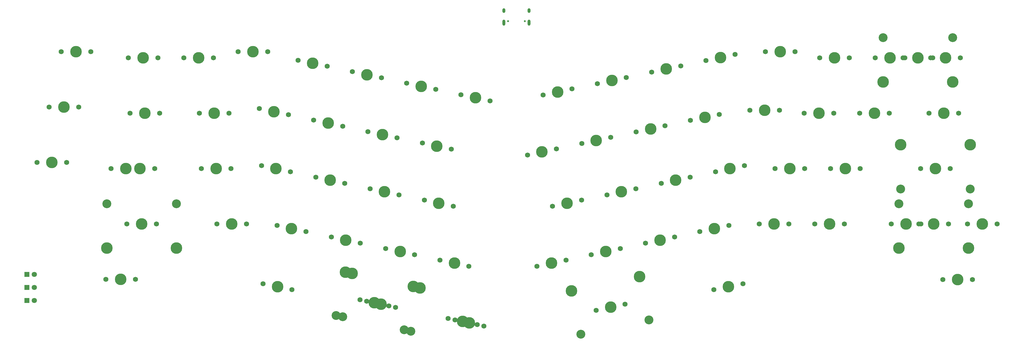
<source format=gbr>
G04 #@! TF.GenerationSoftware,KiCad,Pcbnew,5.1.9*
G04 #@! TF.CreationDate,2021-03-27T18:28:55-04:00*
G04 #@! TF.ProjectId,Cordillera,436f7264-696c-46c6-9572-612e6b696361,rev?*
G04 #@! TF.SameCoordinates,Original*
G04 #@! TF.FileFunction,Soldermask,Top*
G04 #@! TF.FilePolarity,Negative*
%FSLAX46Y46*%
G04 Gerber Fmt 4.6, Leading zero omitted, Abs format (unit mm)*
G04 Created by KiCad (PCBNEW 5.1.9) date 2021-03-27 18:28:55*
%MOMM*%
%LPD*%
G01*
G04 APERTURE LIST*
%ADD10C,0.650000*%
%ADD11O,1.000000X2.100000*%
%ADD12O,1.000000X1.600000*%
%ADD13C,1.800000*%
%ADD14R,1.800000X1.800000*%
%ADD15C,1.750000*%
%ADD16C,3.987800*%
%ADD17C,3.048000*%
G04 APERTURE END LIST*
D10*
X162259998Y10530002D03*
X156479998Y10530002D03*
D11*
X155049998Y10000002D03*
X163689998Y10000002D03*
D12*
X155049998Y14180002D03*
X163689998Y14180002D03*
D13*
X-6010003Y-76620000D03*
D14*
X-8550003Y-76620000D03*
D15*
X215738990Y-4883809D03*
X205801010Y-6996191D03*
D16*
X210770000Y-5940000D03*
D15*
X60740000Y-21190000D03*
X50580000Y-21190000D03*
D16*
X55660000Y-21190000D03*
D15*
X311710000Y-2140000D03*
X301550000Y-2140000D03*
D16*
X306630000Y-2140000D03*
D15*
X94408990Y-5016191D03*
X84471010Y-2903809D03*
D16*
X89440000Y-3960000D03*
D13*
X-6010006Y-85620000D03*
D14*
X-8550006Y-85620000D03*
D13*
X-6010005Y-81120000D03*
D14*
X-8550005Y-81120000D03*
D15*
X311120000Y-21190000D03*
X300960000Y-21190000D03*
D16*
X306040000Y-21190000D03*
D15*
X315880000Y-78390000D03*
X305720000Y-78390000D03*
D16*
X310800000Y-78390000D03*
D15*
X237078990Y-79783809D03*
X227141010Y-81896191D03*
D16*
X232110000Y-80840000D03*
X126323437Y-81267441D03*
X102969185Y-76303342D03*
D17*
X123154863Y-96174411D03*
X99800611Y-91210311D03*
D15*
X117898990Y-87916191D03*
X107961010Y-85803809D03*
D16*
X112930000Y-86860000D03*
X124033437Y-80777441D03*
X100679185Y-75813342D03*
D17*
X120864863Y-95684411D03*
X97510611Y-90720311D03*
D15*
X115608990Y-87426191D03*
X105671010Y-85313809D03*
D16*
X110640000Y-86370000D03*
D15*
X145908990Y-93866191D03*
X135971010Y-91753809D03*
D16*
X140940000Y-92810000D03*
X201660815Y-77343342D03*
X178306563Y-82307441D03*
D17*
X204829389Y-92250311D03*
X181475137Y-97214411D03*
D15*
X196668990Y-86843809D03*
X186731010Y-88956191D03*
D16*
X191700000Y-87900000D03*
D15*
X82368990Y-81896191D03*
X72431010Y-79783809D03*
D16*
X77400000Y-80840000D03*
D15*
X298130000Y-59290000D03*
X287970000Y-59290000D03*
D16*
X293050000Y-59290000D03*
X314508000Y-67545000D03*
X290632000Y-67545000D03*
D17*
X314508000Y-52305000D03*
X290632000Y-52305000D03*
D15*
X307650000Y-59290000D03*
X297490000Y-59290000D03*
D16*
X302570000Y-59290000D03*
X315098000Y-31985000D03*
X291222000Y-31985000D03*
D17*
X315098000Y-47225000D03*
X291222000Y-47225000D03*
D15*
X308240000Y-40240000D03*
X298080000Y-40240000D03*
D16*
X303160000Y-40240000D03*
D15*
X30480000Y-40240000D03*
X20320000Y-40240000D03*
D16*
X25400000Y-40240000D03*
D15*
X28700000Y-78340000D03*
X18540000Y-78340000D03*
D16*
X23620000Y-78340000D03*
X309048000Y-10395000D03*
X285172000Y-10395000D03*
D17*
X309048000Y4845000D03*
X285172000Y4845000D03*
D15*
X302190000Y-2140000D03*
X292030000Y-2140000D03*
D16*
X297110000Y-2140000D03*
D15*
X148218990Y-94356191D03*
X138281010Y-92243809D03*
D16*
X143250000Y-93300000D03*
D15*
X35240000Y-40240000D03*
X25080000Y-40240000D03*
D16*
X30160000Y-40240000D03*
D15*
X36930000Y-21190000D03*
X26770000Y-21190000D03*
D16*
X31850000Y-21190000D03*
X42698000Y-67545000D03*
X18822000Y-67545000D03*
D17*
X42698000Y-52305000D03*
X18822000Y-52305000D03*
D15*
X35840000Y-59290000D03*
X25680000Y-59290000D03*
D16*
X30760000Y-59290000D03*
D15*
X324320000Y-59290000D03*
X314160000Y-59290000D03*
D16*
X319240000Y-59290000D03*
D15*
X287300000Y-21190000D03*
X277140000Y-21190000D03*
D16*
X282220000Y-21190000D03*
D15*
X292660000Y-2140000D03*
X282500000Y-2140000D03*
D16*
X287580000Y-2140000D03*
D15*
X271930000Y-59290000D03*
X261770000Y-59290000D03*
D16*
X266850000Y-59290000D03*
D15*
X277290000Y-40240000D03*
X267130000Y-40240000D03*
D16*
X272210000Y-40240000D03*
D15*
X268250000Y-21190000D03*
X258090000Y-21190000D03*
D16*
X263170000Y-21190000D03*
D15*
X273610000Y-2140000D03*
X263450000Y-2140000D03*
D16*
X268530000Y-2140000D03*
D15*
X252880000Y-59290000D03*
X242720000Y-59290000D03*
D16*
X247800000Y-59290000D03*
D15*
X258240000Y-40240000D03*
X248080000Y-40240000D03*
D16*
X253160000Y-40240000D03*
D15*
X249620000Y-20130000D03*
X239460000Y-20130000D03*
D16*
X244540000Y-20130000D03*
D15*
X254980000Y0D03*
X244820000Y0D03*
D16*
X249900000Y0D03*
D15*
X232268990Y-59793809D03*
X222331010Y-61906191D03*
D16*
X227300000Y-60850000D03*
D15*
X237628990Y-39183809D03*
X227691010Y-41296191D03*
D16*
X232660000Y-40240000D03*
D15*
X229008990Y-21533809D03*
X219071010Y-23646191D03*
D16*
X224040000Y-22590000D03*
D15*
X234368990Y-923809D03*
X224431010Y-3036191D03*
D16*
X229400000Y-1980000D03*
D15*
X213638990Y-63753809D03*
X203701010Y-65866191D03*
D16*
X208670000Y-64810000D03*
D15*
X218998990Y-43143809D03*
X209061010Y-45256191D03*
D16*
X214030000Y-44200000D03*
D15*
X210378990Y-25493809D03*
X200441010Y-27606191D03*
D16*
X205410000Y-26550000D03*
D15*
X194998990Y-67713809D03*
X185061010Y-69826191D03*
D16*
X190030000Y-68770000D03*
D15*
X200358990Y-47103809D03*
X190421010Y-49216191D03*
D16*
X195390000Y-48160000D03*
D15*
X191738990Y-29453809D03*
X181801010Y-31566191D03*
D16*
X186770000Y-30510000D03*
D15*
X197098990Y-8843809D03*
X187161010Y-10956191D03*
D16*
X192130000Y-9900000D03*
D15*
X176368990Y-71673809D03*
X166431010Y-73786191D03*
D16*
X171400000Y-72730000D03*
D15*
X181728990Y-51063809D03*
X171791010Y-53176191D03*
D16*
X176760000Y-52120000D03*
D15*
X173108990Y-33413809D03*
X163171010Y-35526191D03*
D16*
X168140000Y-34470000D03*
D15*
X178468990Y-12803809D03*
X168531010Y-14916191D03*
D16*
X173500000Y-13860000D03*
D15*
X150308990Y-16896191D03*
X140371010Y-14783809D03*
D16*
X145340000Y-15840000D03*
D15*
X143078990Y-73786191D03*
X133141010Y-71673809D03*
D16*
X138110000Y-72730000D03*
D15*
X137728990Y-53176191D03*
X127791010Y-51063809D03*
D16*
X132760000Y-52120000D03*
D15*
X137028990Y-33546191D03*
X127091010Y-31433809D03*
D16*
X132060000Y-32490000D03*
D15*
X131678990Y-12936191D03*
X121741010Y-10823809D03*
D16*
X126710000Y-11880000D03*
D15*
X124448990Y-69826191D03*
X114511010Y-67713809D03*
D16*
X119480000Y-68770000D03*
D15*
X119098990Y-49216191D03*
X109161010Y-47103809D03*
D16*
X114130000Y-48160000D03*
D15*
X118398990Y-29586191D03*
X108461010Y-27473809D03*
D16*
X113430000Y-28530000D03*
D15*
X113038990Y-8976191D03*
X103101010Y-6863809D03*
D16*
X108070000Y-7920000D03*
D15*
X105808990Y-65866191D03*
X95871010Y-63753809D03*
D16*
X100840000Y-64810000D03*
D15*
X100458990Y-45256191D03*
X90521010Y-43143809D03*
D16*
X95490000Y-44200000D03*
D15*
X99758990Y-25626191D03*
X89821010Y-23513809D03*
D16*
X94790000Y-24570000D03*
D15*
X87178990Y-61906191D03*
X77241010Y-59793809D03*
D16*
X82210000Y-60850000D03*
D15*
X81828990Y-41296191D03*
X71891010Y-39183809D03*
D16*
X76860000Y-40240000D03*
D15*
X81128990Y-21666191D03*
X71191010Y-19553809D03*
D16*
X76160000Y-20610000D03*
D15*
X74020000Y0D03*
X63860000Y0D03*
D16*
X68940000Y0D03*
D15*
X66790000Y-59290000D03*
X56630000Y-59290000D03*
D16*
X61710000Y-59290000D03*
D15*
X61440000Y-40240000D03*
X51280000Y-40240000D03*
D16*
X56360000Y-40240000D03*
D15*
X55380000Y-2140000D03*
X45220000Y-2140000D03*
D16*
X50300000Y-2140000D03*
D15*
X36330000Y-2140000D03*
X26170000Y-2140000D03*
D16*
X31250000Y-2140000D03*
D15*
X5080000Y-38100000D03*
X-5080000Y-38100000D03*
D16*
X0Y-38100000D03*
D15*
X9150000Y-19050000D03*
X-1010000Y-19050000D03*
D16*
X4070000Y-19050000D03*
D15*
X13310000Y0D03*
X3150000Y0D03*
D16*
X8230000Y0D03*
M02*

</source>
